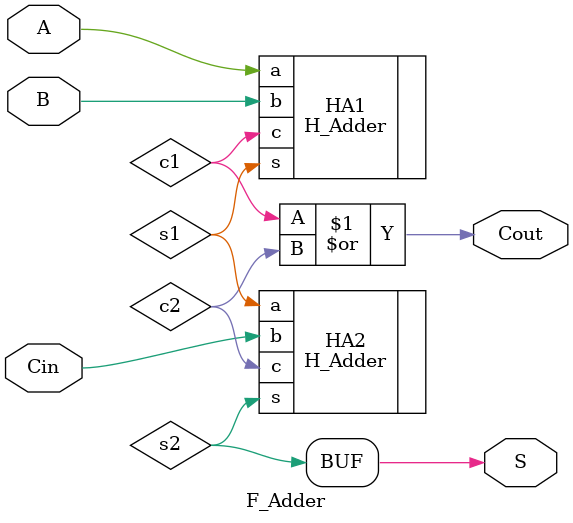
<source format=v>
`timescale 1ns / 1ps


module F_Adder(
    input A,B,Cin,
    output S, Cout
    );
    wire s1,s2,c1,c2;
    H_Adder HA1(.a(A), .b(B), .s(s1), .c(c1));
    H_Adder HA2(.a(s1), .b(Cin), .s(s2), .c(c2));
    assign Cout = c1|c2;
    assign S = s2;
endmodule

</source>
